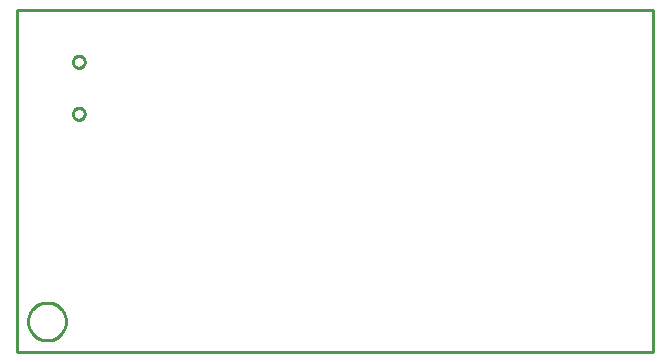
<source format=gbr>
G04 EAGLE Gerber RS-274X export*
G75*
%MOMM*%
%FSLAX34Y34*%
%LPD*%
%IN*%
%IPPOS*%
%AMOC8*
5,1,8,0,0,1.08239X$1,22.5*%
G01*
%ADD10C,0.254000*%


D10*
X0Y0D02*
X538480Y0D01*
X538480Y289560D01*
X0Y289560D01*
X0Y0D01*
X41020Y25226D02*
X40952Y24181D01*
X40815Y23142D01*
X40610Y22115D01*
X40339Y21103D01*
X40003Y20111D01*
X39602Y19143D01*
X39138Y18204D01*
X38615Y17296D01*
X38033Y16425D01*
X37395Y15594D01*
X36704Y14807D01*
X35963Y14066D01*
X35176Y13375D01*
X34345Y12738D01*
X33474Y12156D01*
X32566Y11632D01*
X31627Y11168D01*
X30659Y10767D01*
X29667Y10431D01*
X28655Y10160D01*
X27628Y9955D01*
X26589Y9819D01*
X25544Y9750D01*
X24496Y9750D01*
X23451Y9819D01*
X22412Y9955D01*
X21385Y10160D01*
X20373Y10431D01*
X19381Y10767D01*
X18413Y11168D01*
X17474Y11632D01*
X16566Y12156D01*
X15695Y12738D01*
X14864Y13375D01*
X14077Y14066D01*
X13336Y14807D01*
X12645Y15594D01*
X12008Y16425D01*
X11426Y17296D01*
X10902Y18204D01*
X10438Y19143D01*
X10037Y20111D01*
X9701Y21103D01*
X9430Y22115D01*
X9225Y23142D01*
X9089Y24181D01*
X9020Y25226D01*
X9020Y26274D01*
X9089Y27319D01*
X9225Y28358D01*
X9430Y29385D01*
X9701Y30397D01*
X10037Y31389D01*
X10438Y32357D01*
X10902Y33296D01*
X11426Y34204D01*
X12008Y35075D01*
X12645Y35906D01*
X13336Y36693D01*
X14077Y37434D01*
X14864Y38125D01*
X15695Y38763D01*
X16566Y39345D01*
X17474Y39868D01*
X18413Y40332D01*
X19381Y40733D01*
X20373Y41069D01*
X21385Y41340D01*
X22412Y41545D01*
X23451Y41682D01*
X24496Y41750D01*
X25544Y41750D01*
X26589Y41682D01*
X27628Y41545D01*
X28655Y41340D01*
X29667Y41069D01*
X30659Y40733D01*
X31627Y40332D01*
X32566Y39868D01*
X33474Y39345D01*
X34345Y38763D01*
X35176Y38125D01*
X35963Y37434D01*
X36704Y36693D01*
X37395Y35906D01*
X38033Y35075D01*
X38615Y34204D01*
X39138Y33296D01*
X39602Y32357D01*
X40003Y31389D01*
X40339Y30397D01*
X40610Y29385D01*
X40815Y28358D01*
X40952Y27319D01*
X41020Y26274D01*
X41020Y25226D01*
X51629Y240520D02*
X51071Y240583D01*
X50524Y240708D01*
X49994Y240893D01*
X49488Y241137D01*
X49012Y241436D01*
X48573Y241786D01*
X48176Y242183D01*
X47826Y242622D01*
X47527Y243098D01*
X47283Y243604D01*
X47098Y244134D01*
X46973Y244681D01*
X46910Y245239D01*
X46910Y245801D01*
X46973Y246359D01*
X47098Y246906D01*
X47283Y247436D01*
X47527Y247942D01*
X47826Y248418D01*
X48176Y248857D01*
X48573Y249254D01*
X49012Y249604D01*
X49488Y249903D01*
X49994Y250147D01*
X50524Y250332D01*
X51071Y250457D01*
X51629Y250520D01*
X52191Y250520D01*
X52749Y250457D01*
X53296Y250332D01*
X53826Y250147D01*
X54332Y249903D01*
X54808Y249604D01*
X55247Y249254D01*
X55644Y248857D01*
X55994Y248418D01*
X56293Y247942D01*
X56537Y247436D01*
X56722Y246906D01*
X56847Y246359D01*
X56910Y245801D01*
X56910Y245239D01*
X56847Y244681D01*
X56722Y244134D01*
X56537Y243604D01*
X56293Y243098D01*
X55994Y242622D01*
X55644Y242183D01*
X55247Y241786D01*
X54808Y241436D01*
X54332Y241137D01*
X53826Y240893D01*
X53296Y240708D01*
X52749Y240583D01*
X52191Y240520D01*
X51629Y240520D01*
X51629Y196520D02*
X51071Y196583D01*
X50524Y196708D01*
X49994Y196893D01*
X49488Y197137D01*
X49012Y197436D01*
X48573Y197786D01*
X48176Y198183D01*
X47826Y198622D01*
X47527Y199098D01*
X47283Y199604D01*
X47098Y200134D01*
X46973Y200681D01*
X46910Y201239D01*
X46910Y201801D01*
X46973Y202359D01*
X47098Y202906D01*
X47283Y203436D01*
X47527Y203942D01*
X47826Y204418D01*
X48176Y204857D01*
X48573Y205254D01*
X49012Y205604D01*
X49488Y205903D01*
X49994Y206147D01*
X50524Y206332D01*
X51071Y206457D01*
X51629Y206520D01*
X52191Y206520D01*
X52749Y206457D01*
X53296Y206332D01*
X53826Y206147D01*
X54332Y205903D01*
X54808Y205604D01*
X55247Y205254D01*
X55644Y204857D01*
X55994Y204418D01*
X56293Y203942D01*
X56537Y203436D01*
X56722Y202906D01*
X56847Y202359D01*
X56910Y201801D01*
X56910Y201239D01*
X56847Y200681D01*
X56722Y200134D01*
X56537Y199604D01*
X56293Y199098D01*
X55994Y198622D01*
X55644Y198183D01*
X55247Y197786D01*
X54808Y197436D01*
X54332Y197137D01*
X53826Y196893D01*
X53296Y196708D01*
X52749Y196583D01*
X52191Y196520D01*
X51629Y196520D01*
M02*

</source>
